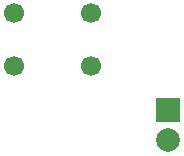
<source format=gbs>
%TF.GenerationSoftware,KiCad,Pcbnew,9.0.4*%
%TF.CreationDate,2025-10-02T17:08:24-05:00*%
%TF.ProjectId,firstExcercise,66697273-7445-4786-9365-72636973652e,rev?*%
%TF.SameCoordinates,Original*%
%TF.FileFunction,Soldermask,Bot*%
%TF.FilePolarity,Negative*%
%FSLAX46Y46*%
G04 Gerber Fmt 4.6, Leading zero omitted, Abs format (unit mm)*
G04 Created by KiCad (PCBNEW 9.0.4) date 2025-10-02 17:08:24*
%MOMM*%
%LPD*%
G01*
G04 APERTURE LIST*
%ADD10R,2.000000X2.000000*%
%ADD11C,2.000000*%
%ADD12C,1.700000*%
G04 APERTURE END LIST*
D10*
%TO.C,D1*%
X134000000Y-94730000D03*
D11*
X134000000Y-97270000D03*
%TD*%
D12*
%TO.C,SW1*%
X121000000Y-86500000D03*
X127500000Y-86500000D03*
X121000000Y-91000000D03*
X127500000Y-91000000D03*
%TD*%
M02*

</source>
